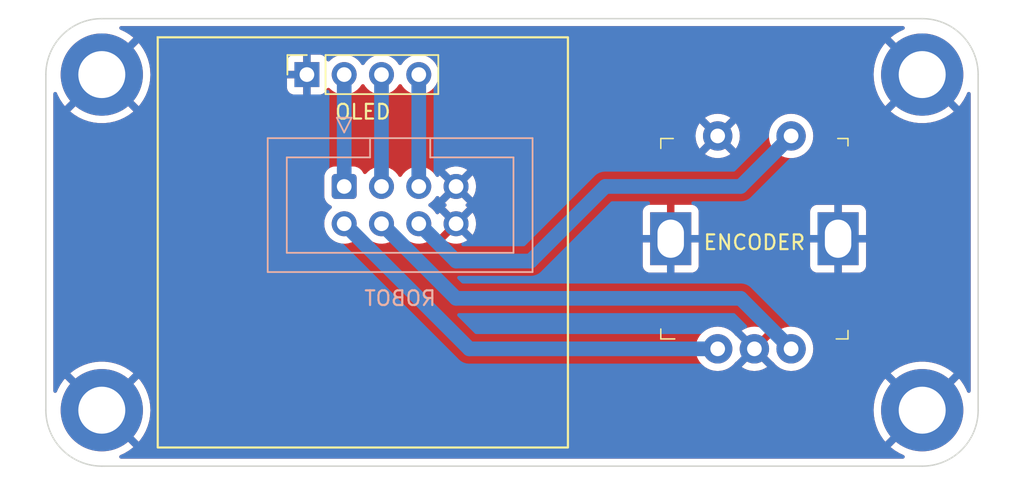
<source format=kicad_pcb>
(kicad_pcb (version 20211014) (generator pcbnew)
  (title_block (title "Diagnostix Portable") (rev "1"))
  (layers (0 "F.Cu" signal) (31 "B.Cu" signal) (34 "B.Paste" user) (35 "F.Paste" user) (36 "B.SilkS" user "B.Silkscreen") (37 "F.SilkS" user "F.Silkscreen") (38 "B.Mask" user) (39 "F.Mask" user) (44 "Edge.Cuts" user))
  (net 0 "")
  (net 1 "+3V3")
  (net 2 "/BTN")
  (net 3 "/SDA")
  (net 4 "/A")
  (net 5 "/SCL")
  (net 6 "/B")
  (net 7 "GND")
  (footprint "MountingHole:MountingHole_3.2mm_M3_DIN965_Pad" (layer "F.Cu") (at 110.49 71.12)
    (fp_text reference "H2" hide)
    (fp_text value "MountingHole_Pad")
    (pad "1" thru_hole circle (at 0 0) (size 5.6 5.6) (drill 3.2) (layers *.Cu *.Mask) (net 7 "GND"))
  )
  (footprint "MountingHole:MountingHole_3.2mm_M3_DIN965_Pad" (layer "F.Cu") (at 110.49 48.26)
    (fp_text reference "H1" hide)
    (fp_text value "MountingHole_Pad")
    (pad "1" thru_hole circle (at 0 0) (size 5.6 5.6) (drill 3.2) (layers *.Cu *.Mask) (net 7 "GND"))
  )
  (footprint "MountingHole:MountingHole_3.2mm_M3_DIN965_Pad" (layer "F.Cu") (at 166.37 71.12)
    (fp_text reference "H3" hide)
    (fp_text value "MountingHole_Pad")
    (pad "1" thru_hole circle (at 0 0) (size 5.6 5.6) (drill 3.2) (layers *.Cu *.Mask) (net 7 "GND"))
  )
  (footprint "MountingHole:MountingHole_3.2mm_M3_DIN965_Pad" (layer "F.Cu") (at 166.37 48.26)
    (fp_text reference "H4" hide)
    (fp_text value "MountingHole_Pad")
    (pad "1" thru_hole circle (at 0 0) (size 5.6 5.6) (drill 3.2) (layers *.Cu *.Mask) (net 7 "GND"))
  )
  (footprint "Connector_PinSocket_2.54mm:PinSocket_1x04_P2.54mm_Vertical" (layer "F.Cu") (at 124.46 48.26 90)
    (fp_text reference "J2" hide)
    (fp_text value "Conn_01x04")
    (fp_line (start 1.33 1.27) (end 1.33 8.95) (layer "F.SilkS") (width 0.12))
    (fp_line (start -1.33 8.95) (end 1.33 8.95) (layer "F.SilkS") (width 0.12))
    (fp_line (start -1.33 1.27) (end 1.33 1.27) (layer "F.SilkS") (width 0.12))
    (fp_line (start -1.33 1.27) (end -1.33 8.95) (layer "F.SilkS") (width 0.12))
    (fp_line (start 0 -1.33) (end 1.33 -1.33) (layer "F.SilkS") (width 0.12))
    (fp_line (start 1.33 -1.33) (end 1.33 0) (layer "F.SilkS") (width 0.12))
    (pad "1" thru_hole rect (at 0 0 90) (size 1.7 1.7) (drill 1) (layers *.Cu *.Mask) (net 7 "GND"))
    (pad "2" thru_hole oval (at 0 2.54 90) (size 1.7 1.7) (drill 1) (layers *.Cu *.Mask) (net 1 "+3V3"))
    (pad "3" thru_hole oval (at 0 5.08 90) (size 1.7 1.7) (drill 1) (layers *.Cu *.Mask) (net 5 "/SCL"))
    (pad "4" thru_hole oval (at 0 7.62 90) (size 1.7 1.7) (drill 1) (layers *.Cu *.Mask) (net 3 "/SDA"))
  )
  (footprint "digikey-footprints:Rotary_Encoder_Switched_PEC11R" (layer "F.Cu") (at 149.24 59.44)
    (fp_text reference "S1" hide)
    (fp_text value "PEC11R-4215F-S0024")
    (fp_line (start 0.275 6.825) (end -0.675 6.825) (layer "F.SilkS") (width 0.1))
    (fp_line (start 11.375 -6.825) (end 12.075 -6.825) (layer "F.SilkS") (width 0.1))
    (fp_line (start 12.075 6.25) (end 12.075 6.825) (layer "F.SilkS") (width 0.1))
    (fp_line (start 0.175 -6.825) (end -0.675 -6.825) (layer "F.SilkS") (width 0.1))
    (fp_line (start -0.675 6.825) (end -0.675 6.15) (layer "F.SilkS") (width 0.1))
    (fp_line (start 12.075 -6.825) (end 12.075 -6.325) (layer "F.SilkS") (width 0.1))
    (fp_line (start -0.675 -6.825) (end -0.675 -6.15) (layer "F.SilkS") (width 0.1))
    (fp_line (start 12.075 6.825) (end 11.275 6.825) (layer "F.SilkS") (width 0.1))
    (pad "1" thru_hole circle locked (at 3.2 -7) (size 2 2) (drill 1) (layers *.Cu *.Mask) (net 7 "GND"))
    (pad "2" thru_hole circle locked (at 8.2 -7) (size 2 2) (drill 1) (layers *.Cu *.Mask) (net 2 "/BTN"))
    (pad "3" thru_hole rect locked (at 0 0) (size 2.8 3.6) (drill oval 1.8 2.6) (layers *.Cu *.Mask) (net 7 "GND"))
    (pad "3" thru_hole rect locked (at 11.4 0) (size 2.8 3.6) (drill oval 1.8 2.6) (layers *.Cu *.Mask) (net 7 "GND"))
    (pad "A" thru_hole circle locked (at 3.2 7.5) (size 2 2) (drill 1) (layers *.Cu *.Mask) (net 4 "/A"))
    (pad "B" thru_hole circle locked (at 8.2 7.5) (size 2 2) (drill 1) (layers *.Cu *.Mask) (net 6 "/B"))
    (pad "C" thru_hole circle locked (at 5.7 7.5) (size 2 2) (drill 1) (layers *.Cu *.Mask) (net 7 "GND"))
  )
  (footprint "Connector_IDC:IDC-Header_2x04_P2.54mm_Vertical" (layer "B.Cu") (at 127 55.88 -90)
    (fp_text reference "J1" hide)
    (fp_text value "Conn_02x04_Odd_Even")
    (fp_line (start -3.29 -1.76) (end -1.98 -1.76) (layer "B.SilkS") (width 0.12))
    (fp_line (start -3.29 -12.83) (end -3.29 5.21) (layer "B.SilkS") (width 0.12))
    (fp_line (start -1.98 -5.86) (end -3.29 -5.86) (layer "B.SilkS") (width 0.12))
    (fp_line (start 5.83 -12.83) (end -3.29 -12.83) (layer "B.SilkS") (width 0.12))
    (fp_line (start -1.98 -11.53) (end -1.98 -5.86) (layer "B.SilkS") (width 0.12))
    (fp_line (start -4.68 -0.5) (end -3.68 0) (layer "B.SilkS") (width 0.12))
    (fp_line (start 4.52 3.91) (end 4.52 -11.53) (layer "B.SilkS") (width 0.12))
    (fp_line (start 4.52 -11.53) (end -1.98 -11.53) (layer "B.SilkS") (width 0.12))
    (fp_line (start -1.98 -1.76) (end -1.98 3.91) (layer "B.SilkS") (width 0.12))
    (fp_line (start -3.29 5.21) (end 5.83 5.21) (layer "B.SilkS") (width 0.12))
    (fp_line (start -3.68 0) (end -4.68 0.5) (layer "B.SilkS") (width 0.12))
    (fp_line (start 5.83 5.21) (end 5.83 -12.83) (layer "B.SilkS") (width 0.12))
    (fp_line (start -1.98 -5.86) (end -1.98 -5.86) (layer "B.SilkS") (width 0.12))
    (fp_line (start -4.68 0.5) (end -4.68 -0.5) (layer "B.SilkS") (width 0.12))
    (fp_line (start -1.98 3.91) (end 4.52 3.91) (layer "B.SilkS") (width 0.12))
    (pad "1" thru_hole roundrect (at 0 0 270) (size 1.7 1.7) (drill 1) (layers *.Cu *.Mask) (roundrect_rratio 0.1470588235) (net 1 "+3V3"))
    (pad "2" thru_hole circle (at 2.54 0 270) (size 1.7 1.7) (drill 1) (layers *.Cu *.Mask) (net 4 "/A"))
    (pad "3" thru_hole circle (at 0 -2.54 270) (size 1.7 1.7) (drill 1) (layers *.Cu *.Mask) (net 5 "/SCL"))
    (pad "4" thru_hole circle (at 2.54 -2.54 270) (size 1.7 1.7) (drill 1) (layers *.Cu *.Mask) (net 6 "/B"))
    (pad "5" thru_hole circle (at 0 -5.08 270) (size 1.7 1.7) (drill 1) (layers *.Cu *.Mask) (net 3 "/SDA"))
    (pad "6" thru_hole circle (at 2.54 -5.08 270) (size 1.7 1.7) (drill 1) (layers *.Cu *.Mask) (net 2 "/BTN"))
    (pad "7" thru_hole circle (at 0 -7.62 270) (size 1.7 1.7) (drill 1) (layers *.Cu *.Mask) (net 7 "GND"))
    (pad "8" thru_hole circle (at 2.54 -7.62 270) (size 1.7 1.7) (drill 1) (layers *.Cu *.Mask) (net 7 "GND"))
  )
  (gr_rect (start 114.3 45.72) (end 142.24 73.66) (layer "F.SilkS") (width 0.15) (fill none))
  (gr_line (start 110.49 74.93) (end 166.37 74.93) (layer "Edge.Cuts") (width 0.1))
  (gr_line (start 170.18 71.12) (end 170.18 48.26) (layer "Edge.Cuts") (width 0.1))
  (gr_arc (start 106.68 48.26) (mid 107.795923 45.565923) (end 110.49 44.45) (layer "Edge.Cuts") (width 0.1))
  (gr_arc (start 166.37 44.45) (mid 169.064077 45.565923) (end 170.18 48.26) (layer "Edge.Cuts") (width 0.1))
  (gr_arc (start 110.49 74.93) (mid 107.795923 73.814077) (end 106.68 71.12) (layer "Edge.Cuts") (width 0.1))
  (gr_line (start 106.68 48.26) (end 106.68 71.12) (layer "Edge.Cuts") (width 0.1))
  (gr_line (start 166.37 44.45) (end 110.49 44.45) (layer "Edge.Cuts") (width 0.1))
  (gr_arc (start 170.18 71.12) (mid 169.064077 73.814077) (end 166.37 74.93) (layer "Edge.Cuts") (width 0.1))
  (gr_text "ROBOT" (at 130.81 63.5) (layer "B.SilkS") (effects (font (size 1 1)) (justify mirror)))
  (gr_text "OLED" (at 128.27 50.8) (layer "F.SilkS") (effects (font (size 1 1))))
  (gr_text "ENCODER" (at 154.94 59.69) (layer "F.SilkS") (effects (font (size 1 1))))
  (segment (start 127 55.88) (end 127 48.26) (width 1) (layer "B.Cu") (net 1))
  (segment (start 134.62 60.96) (end 139.7 60.96) (width 1) (layer "B.Cu") (net 2))
  (segment (start 154 55.88) (end 157.44 52.44) (width 1) (layer "B.Cu") (net 2))
  (segment (start 144.78 55.88) (end 154 55.88) (width 1) (layer "B.Cu") (net 2))
  (segment (start 132.08 58.42) (end 134.62 60.96) (width 1) (layer "B.Cu") (net 2))
  (segment (start 139.7 60.96) (end 144.78 55.88) (width 1) (layer "B.Cu") (net 2))
  (segment (start 132.08 55.88) (end 132.08 48.26) (width 1) (layer "B.Cu") (net 3))
  (segment (start 127 58.42) (end 135.52 66.94) (width 1) (layer "B.Cu") (net 4))
  (segment (start 135.52 66.94) (end 152.44 66.94) (width 1) (layer "B.Cu") (net 4))
  (segment (start 129.54 55.88) (end 129.54 48.26) (width 1) (layer "B.Cu") (net 5))
  (segment (start 134.62 63.5) (end 154 63.5) (width 1) (layer "B.Cu") (net 6))
  (segment (start 154 63.5) (end 157.44 66.94) (width 1) (layer "B.Cu") (net 6))
  (segment (start 129.54 58.42) (end 134.62 63.5) (width 1) (layer "B.Cu") (net 6))
  (zone (net 7) (net_name "GND") (layers F&B.Cu) (connect_pads (clearance 0.508)) (min_thickness 0.254) (fill yes (thermal_gap 0.508) (thermal_bridge_width 0.508))
    (polygon (pts (xy 171.45 76.2) (xy 105.41 76.2) (xy 105.41 43.18) (xy 171.45 43.18)))
  )
)
</source>
